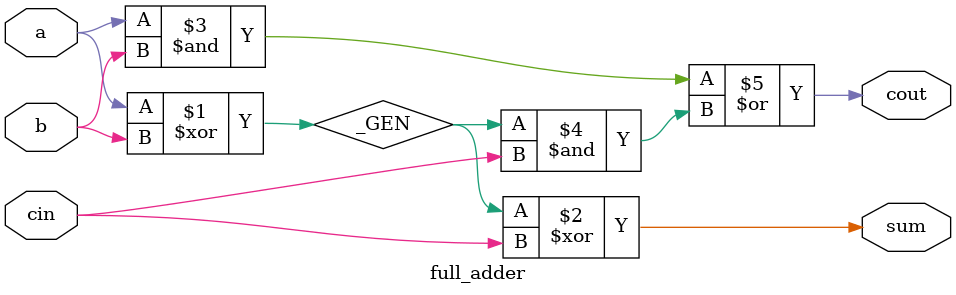
<source format=v>
module full_adder(	// /tmp/tmp.3yvwYgefap/22213_Verilog_codes_full_half_h_full_adder.cleaned.mlir:2:3
  input  a,	// /tmp/tmp.3yvwYgefap/22213_Verilog_codes_full_half_h_full_adder.cleaned.mlir:2:28
         b,	// /tmp/tmp.3yvwYgefap/22213_Verilog_codes_full_half_h_full_adder.cleaned.mlir:2:40
         cin,	// /tmp/tmp.3yvwYgefap/22213_Verilog_codes_full_half_h_full_adder.cleaned.mlir:2:52
  output sum,	// /tmp/tmp.3yvwYgefap/22213_Verilog_codes_full_half_h_full_adder.cleaned.mlir:2:67
         cout	// /tmp/tmp.3yvwYgefap/22213_Verilog_codes_full_half_h_full_adder.cleaned.mlir:2:81
);

  wire _GEN = a ^ b;	// /tmp/tmp.3yvwYgefap/22213_Verilog_codes_full_half_h_full_adder.cleaned.mlir:3:10
  assign sum = _GEN ^ cin;	// /tmp/tmp.3yvwYgefap/22213_Verilog_codes_full_half_h_full_adder.cleaned.mlir:3:10, :5:10, :8:5
  assign cout = a & b | _GEN & cin;	// /tmp/tmp.3yvwYgefap/22213_Verilog_codes_full_half_h_full_adder.cleaned.mlir:3:10, :4:10, :6:10, :7:10, :8:5
endmodule


</source>
